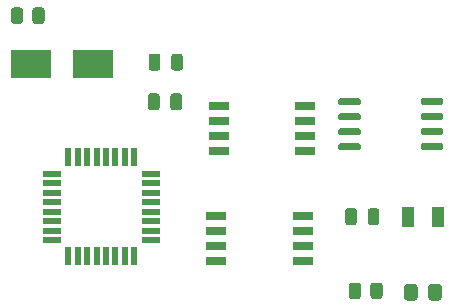
<source format=gtp>
G04 #@! TF.GenerationSoftware,KiCad,Pcbnew,5.1.7-a382d34a8~87~ubuntu20.04.1*
G04 #@! TF.CreationDate,2020-11-09T21:14:28-03:00*
G04 #@! TF.ProjectId,Arduino_Clone,41726475-696e-46f5-9f43-6c6f6e652e6b,1*
G04 #@! TF.SameCoordinates,Original*
G04 #@! TF.FileFunction,Paste,Top*
G04 #@! TF.FilePolarity,Positive*
%FSLAX46Y46*%
G04 Gerber Fmt 4.6, Leading zero omitted, Abs format (unit mm)*
G04 Created by KiCad (PCBNEW 5.1.7-a382d34a8~87~ubuntu20.04.1) date 2020-11-09 21:14:28*
%MOMM*%
%LPD*%
G01*
G04 APERTURE LIST*
%ADD10R,1.700000X0.650000*%
%ADD11R,0.550000X1.500000*%
%ADD12R,1.500000X0.550000*%
%ADD13R,1.000000X1.800000*%
%ADD14R,3.500000X2.400000*%
G04 APERTURE END LIST*
G36*
G01*
X95004000Y-54704000D02*
X95004000Y-53754000D01*
G75*
G02*
X95254000Y-53504000I250000J0D01*
G01*
X95754000Y-53504000D01*
G75*
G02*
X96004000Y-53754000I0J-250000D01*
G01*
X96004000Y-54704000D01*
G75*
G02*
X95754000Y-54954000I-250000J0D01*
G01*
X95254000Y-54954000D01*
G75*
G02*
X95004000Y-54704000I0J250000D01*
G01*
G37*
G36*
G01*
X96904000Y-54704000D02*
X96904000Y-53754000D01*
G75*
G02*
X97154000Y-53504000I250000J0D01*
G01*
X97654000Y-53504000D01*
G75*
G02*
X97904000Y-53754000I0J-250000D01*
G01*
X97904000Y-54704000D01*
G75*
G02*
X97654000Y-54954000I-250000J0D01*
G01*
X97154000Y-54954000D01*
G75*
G02*
X96904000Y-54704000I0J250000D01*
G01*
G37*
G36*
G01*
X96972500Y-51338500D02*
X96972500Y-50388500D01*
G75*
G02*
X97222500Y-50138500I250000J0D01*
G01*
X97722500Y-50138500D01*
G75*
G02*
X97972500Y-50388500I0J-250000D01*
G01*
X97972500Y-51338500D01*
G75*
G02*
X97722500Y-51588500I-250000J0D01*
G01*
X97222500Y-51588500D01*
G75*
G02*
X96972500Y-51338500I0J250000D01*
G01*
G37*
G36*
G01*
X95072500Y-51338500D02*
X95072500Y-50388500D01*
G75*
G02*
X95322500Y-50138500I250000J0D01*
G01*
X95822500Y-50138500D01*
G75*
G02*
X96072500Y-50388500I0J-250000D01*
G01*
X96072500Y-51338500D01*
G75*
G02*
X95822500Y-51588500I-250000J0D01*
G01*
X95322500Y-51588500D01*
G75*
G02*
X95072500Y-51338500I0J250000D01*
G01*
G37*
G36*
G01*
X114610000Y-63469500D02*
X114610000Y-64419500D01*
G75*
G02*
X114360000Y-64669500I-250000J0D01*
G01*
X113860000Y-64669500D01*
G75*
G02*
X113610000Y-64419500I0J250000D01*
G01*
X113610000Y-63469500D01*
G75*
G02*
X113860000Y-63219500I250000J0D01*
G01*
X114360000Y-63219500D01*
G75*
G02*
X114610000Y-63469500I0J-250000D01*
G01*
G37*
G36*
G01*
X112710000Y-63469500D02*
X112710000Y-64419500D01*
G75*
G02*
X112460000Y-64669500I-250000J0D01*
G01*
X111960000Y-64669500D01*
G75*
G02*
X111710000Y-64419500I0J250000D01*
G01*
X111710000Y-63469500D01*
G75*
G02*
X111960000Y-63219500I250000J0D01*
G01*
X112460000Y-63219500D01*
G75*
G02*
X112710000Y-63469500I0J-250000D01*
G01*
G37*
G36*
G01*
X116692000Y-70808001D02*
X116692000Y-69907999D01*
G75*
G02*
X116941999Y-69658000I249999J0D01*
G01*
X117592001Y-69658000D01*
G75*
G02*
X117842000Y-69907999I0J-249999D01*
G01*
X117842000Y-70808001D01*
G75*
G02*
X117592001Y-71058000I-249999J0D01*
G01*
X116941999Y-71058000D01*
G75*
G02*
X116692000Y-70808001I0J249999D01*
G01*
G37*
G36*
G01*
X118742000Y-70808001D02*
X118742000Y-69907999D01*
G75*
G02*
X118991999Y-69658000I249999J0D01*
G01*
X119642001Y-69658000D01*
G75*
G02*
X119892000Y-69907999I0J-249999D01*
G01*
X119892000Y-70808001D01*
G75*
G02*
X119642001Y-71058000I-249999J0D01*
G01*
X118991999Y-71058000D01*
G75*
G02*
X118742000Y-70808001I0J249999D01*
G01*
G37*
G36*
G01*
X114876000Y-69780999D02*
X114876000Y-70681001D01*
G75*
G02*
X114626001Y-70931000I-249999J0D01*
G01*
X114100999Y-70931000D01*
G75*
G02*
X113851000Y-70681001I0J249999D01*
G01*
X113851000Y-69780999D01*
G75*
G02*
X114100999Y-69531000I249999J0D01*
G01*
X114626001Y-69531000D01*
G75*
G02*
X114876000Y-69780999I0J-249999D01*
G01*
G37*
G36*
G01*
X113051000Y-69780999D02*
X113051000Y-70681001D01*
G75*
G02*
X112801001Y-70931000I-249999J0D01*
G01*
X112275999Y-70931000D01*
G75*
G02*
X112026000Y-70681001I0J249999D01*
G01*
X112026000Y-69780999D01*
G75*
G02*
X112275999Y-69531000I249999J0D01*
G01*
X112801001Y-69531000D01*
G75*
G02*
X113051000Y-69780999I0J-249999D01*
G01*
G37*
G36*
G01*
X84433500Y-46476499D02*
X84433500Y-47376501D01*
G75*
G02*
X84183501Y-47626500I-249999J0D01*
G01*
X83658499Y-47626500D01*
G75*
G02*
X83408500Y-47376501I0J249999D01*
G01*
X83408500Y-46476499D01*
G75*
G02*
X83658499Y-46226500I249999J0D01*
G01*
X84183501Y-46226500D01*
G75*
G02*
X84433500Y-46476499I0J-249999D01*
G01*
G37*
G36*
G01*
X86258500Y-46476499D02*
X86258500Y-47376501D01*
G75*
G02*
X86008501Y-47626500I-249999J0D01*
G01*
X85483499Y-47626500D01*
G75*
G02*
X85233500Y-47376501I0J249999D01*
G01*
X85233500Y-46476499D01*
G75*
G02*
X85483499Y-46226500I249999J0D01*
G01*
X86008501Y-46226500D01*
G75*
G02*
X86258500Y-46476499I0J-249999D01*
G01*
G37*
G36*
G01*
X111120000Y-54379000D02*
X111120000Y-54079000D01*
G75*
G02*
X111270000Y-53929000I150000J0D01*
G01*
X112870000Y-53929000D01*
G75*
G02*
X113020000Y-54079000I0J-150000D01*
G01*
X113020000Y-54379000D01*
G75*
G02*
X112870000Y-54529000I-150000J0D01*
G01*
X111270000Y-54529000D01*
G75*
G02*
X111120000Y-54379000I0J150000D01*
G01*
G37*
G36*
G01*
X111120000Y-55649000D02*
X111120000Y-55349000D01*
G75*
G02*
X111270000Y-55199000I150000J0D01*
G01*
X112870000Y-55199000D01*
G75*
G02*
X113020000Y-55349000I0J-150000D01*
G01*
X113020000Y-55649000D01*
G75*
G02*
X112870000Y-55799000I-150000J0D01*
G01*
X111270000Y-55799000D01*
G75*
G02*
X111120000Y-55649000I0J150000D01*
G01*
G37*
G36*
G01*
X111120000Y-56919000D02*
X111120000Y-56619000D01*
G75*
G02*
X111270000Y-56469000I150000J0D01*
G01*
X112870000Y-56469000D01*
G75*
G02*
X113020000Y-56619000I0J-150000D01*
G01*
X113020000Y-56919000D01*
G75*
G02*
X112870000Y-57069000I-150000J0D01*
G01*
X111270000Y-57069000D01*
G75*
G02*
X111120000Y-56919000I0J150000D01*
G01*
G37*
G36*
G01*
X111120000Y-58189000D02*
X111120000Y-57889000D01*
G75*
G02*
X111270000Y-57739000I150000J0D01*
G01*
X112870000Y-57739000D01*
G75*
G02*
X113020000Y-57889000I0J-150000D01*
G01*
X113020000Y-58189000D01*
G75*
G02*
X112870000Y-58339000I-150000J0D01*
G01*
X111270000Y-58339000D01*
G75*
G02*
X111120000Y-58189000I0J150000D01*
G01*
G37*
G36*
G01*
X118120000Y-58189000D02*
X118120000Y-57889000D01*
G75*
G02*
X118270000Y-57739000I150000J0D01*
G01*
X119870000Y-57739000D01*
G75*
G02*
X120020000Y-57889000I0J-150000D01*
G01*
X120020000Y-58189000D01*
G75*
G02*
X119870000Y-58339000I-150000J0D01*
G01*
X118270000Y-58339000D01*
G75*
G02*
X118120000Y-58189000I0J150000D01*
G01*
G37*
G36*
G01*
X118120000Y-56919000D02*
X118120000Y-56619000D01*
G75*
G02*
X118270000Y-56469000I150000J0D01*
G01*
X119870000Y-56469000D01*
G75*
G02*
X120020000Y-56619000I0J-150000D01*
G01*
X120020000Y-56919000D01*
G75*
G02*
X119870000Y-57069000I-150000J0D01*
G01*
X118270000Y-57069000D01*
G75*
G02*
X118120000Y-56919000I0J150000D01*
G01*
G37*
G36*
G01*
X118120000Y-55649000D02*
X118120000Y-55349000D01*
G75*
G02*
X118270000Y-55199000I150000J0D01*
G01*
X119870000Y-55199000D01*
G75*
G02*
X120020000Y-55349000I0J-150000D01*
G01*
X120020000Y-55649000D01*
G75*
G02*
X119870000Y-55799000I-150000J0D01*
G01*
X118270000Y-55799000D01*
G75*
G02*
X118120000Y-55649000I0J150000D01*
G01*
G37*
G36*
G01*
X118120000Y-54379000D02*
X118120000Y-54079000D01*
G75*
G02*
X118270000Y-53929000I150000J0D01*
G01*
X119870000Y-53929000D01*
G75*
G02*
X120020000Y-54079000I0J-150000D01*
G01*
X120020000Y-54379000D01*
G75*
G02*
X119870000Y-54529000I-150000J0D01*
G01*
X118270000Y-54529000D01*
G75*
G02*
X118120000Y-54379000I0J150000D01*
G01*
G37*
D10*
X100998000Y-54610000D03*
X100998000Y-55880000D03*
X100998000Y-57150000D03*
X100998000Y-58420000D03*
X108298000Y-58420000D03*
X108298000Y-57150000D03*
X108298000Y-55880000D03*
X108298000Y-54610000D03*
X108108000Y-63881000D03*
X108108000Y-65151000D03*
X108108000Y-66421000D03*
X108108000Y-67691000D03*
X100808000Y-67691000D03*
X100808000Y-66421000D03*
X100808000Y-65151000D03*
X100808000Y-63881000D03*
D11*
X88259000Y-67319000D03*
D12*
X86859000Y-60319000D03*
X86859000Y-61119000D03*
X86859000Y-61919000D03*
X86859000Y-62719000D03*
X86859000Y-63519000D03*
X86859000Y-64319000D03*
X86859000Y-65119000D03*
X86859000Y-65919000D03*
D11*
X89059000Y-67319000D03*
X89859000Y-67319000D03*
X90659000Y-67319000D03*
X91459000Y-67319000D03*
X92259000Y-67319000D03*
X93059000Y-67319000D03*
X93859000Y-67319000D03*
D12*
X95259000Y-65919000D03*
X95259000Y-65119000D03*
X95259000Y-64319000D03*
X95259000Y-63519000D03*
X95259000Y-62719000D03*
X95259000Y-61919000D03*
X95259000Y-61119000D03*
X95259000Y-60319000D03*
D11*
X93859000Y-58919000D03*
X93059000Y-58919000D03*
X92259000Y-58919000D03*
X91459000Y-58919000D03*
X90659000Y-58919000D03*
X89859000Y-58919000D03*
X89059000Y-58919000D03*
X88259000Y-58919000D03*
D13*
X117030000Y-64008000D03*
X119530000Y-64008000D03*
D14*
X85153500Y-51054000D03*
X90353500Y-51054000D03*
M02*

</source>
